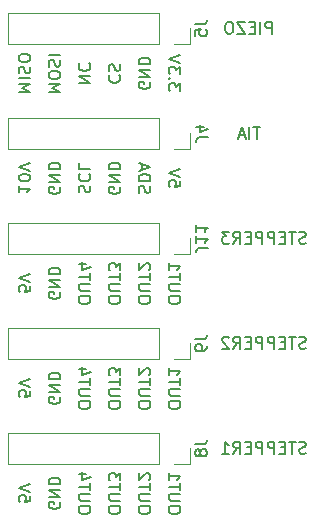
<source format=gbr>
%TF.GenerationSoftware,KiCad,Pcbnew,(5.1.6)-1*%
%TF.CreationDate,2020-11-12T15:31:55-08:00*%
%TF.ProjectId,userinterfacepcb,75736572-696e-4746-9572-666163657063,rev?*%
%TF.SameCoordinates,Original*%
%TF.FileFunction,Legend,Bot*%
%TF.FilePolarity,Positive*%
%FSLAX46Y46*%
G04 Gerber Fmt 4.6, Leading zero omitted, Abs format (unit mm)*
G04 Created by KiCad (PCBNEW (5.1.6)-1) date 2020-11-12 15:31:55*
%MOMM*%
%LPD*%
G01*
G04 APERTURE LIST*
%ADD10C,0.150000*%
%ADD11C,0.120000*%
G04 APERTURE END LIST*
D10*
X232957619Y-100536190D02*
X232957619Y-100345714D01*
X232910000Y-100250476D01*
X232814761Y-100155238D01*
X232624285Y-100107619D01*
X232290952Y-100107619D01*
X232100476Y-100155238D01*
X232005238Y-100250476D01*
X231957619Y-100345714D01*
X231957619Y-100536190D01*
X232005238Y-100631428D01*
X232100476Y-100726666D01*
X232290952Y-100774285D01*
X232624285Y-100774285D01*
X232814761Y-100726666D01*
X232910000Y-100631428D01*
X232957619Y-100536190D01*
X232957619Y-99679047D02*
X232148095Y-99679047D01*
X232052857Y-99631428D01*
X232005238Y-99583809D01*
X231957619Y-99488571D01*
X231957619Y-99298095D01*
X232005238Y-99202857D01*
X232052857Y-99155238D01*
X232148095Y-99107619D01*
X232957619Y-99107619D01*
X232957619Y-98774285D02*
X232957619Y-98202857D01*
X231957619Y-98488571D02*
X232957619Y-98488571D01*
X231957619Y-97345714D02*
X231957619Y-97917142D01*
X231957619Y-97631428D02*
X232957619Y-97631428D01*
X232814761Y-97726666D01*
X232719523Y-97821904D01*
X232671904Y-97917142D01*
X227877619Y-100536190D02*
X227877619Y-100345714D01*
X227830000Y-100250476D01*
X227734761Y-100155238D01*
X227544285Y-100107619D01*
X227210952Y-100107619D01*
X227020476Y-100155238D01*
X226925238Y-100250476D01*
X226877619Y-100345714D01*
X226877619Y-100536190D01*
X226925238Y-100631428D01*
X227020476Y-100726666D01*
X227210952Y-100774285D01*
X227544285Y-100774285D01*
X227734761Y-100726666D01*
X227830000Y-100631428D01*
X227877619Y-100536190D01*
X227877619Y-99679047D02*
X227068095Y-99679047D01*
X226972857Y-99631428D01*
X226925238Y-99583809D01*
X226877619Y-99488571D01*
X226877619Y-99298095D01*
X226925238Y-99202857D01*
X226972857Y-99155238D01*
X227068095Y-99107619D01*
X227877619Y-99107619D01*
X227877619Y-98774285D02*
X227877619Y-98202857D01*
X226877619Y-98488571D02*
X227877619Y-98488571D01*
X227877619Y-97964761D02*
X227877619Y-97345714D01*
X227496666Y-97679047D01*
X227496666Y-97536190D01*
X227449047Y-97440952D01*
X227401428Y-97393333D01*
X227306190Y-97345714D01*
X227068095Y-97345714D01*
X226972857Y-97393333D01*
X226925238Y-97440952D01*
X226877619Y-97536190D01*
X226877619Y-97821904D01*
X226925238Y-97917142D01*
X226972857Y-97964761D01*
X222750000Y-82041904D02*
X222797619Y-82137142D01*
X222797619Y-82280000D01*
X222750000Y-82422857D01*
X222654761Y-82518095D01*
X222559523Y-82565714D01*
X222369047Y-82613333D01*
X222226190Y-82613333D01*
X222035714Y-82565714D01*
X221940476Y-82518095D01*
X221845238Y-82422857D01*
X221797619Y-82280000D01*
X221797619Y-82184761D01*
X221845238Y-82041904D01*
X221892857Y-81994285D01*
X222226190Y-81994285D01*
X222226190Y-82184761D01*
X221797619Y-81565714D02*
X222797619Y-81565714D01*
X221797619Y-80994285D01*
X222797619Y-80994285D01*
X221797619Y-80518095D02*
X222797619Y-80518095D01*
X222797619Y-80280000D01*
X222750000Y-80137142D01*
X222654761Y-80041904D01*
X222559523Y-79994285D01*
X222369047Y-79946666D01*
X222226190Y-79946666D01*
X222035714Y-79994285D01*
X221940476Y-80041904D01*
X221845238Y-80137142D01*
X221797619Y-80280000D01*
X221797619Y-80518095D01*
X239712380Y-68032380D02*
X239140952Y-68032380D01*
X239426666Y-69032380D02*
X239426666Y-68032380D01*
X238807619Y-69032380D02*
X238807619Y-68032380D01*
X238379047Y-68746666D02*
X237902857Y-68746666D01*
X238474285Y-69032380D02*
X238140952Y-68032380D01*
X237807619Y-69032380D01*
X225337619Y-82756190D02*
X225337619Y-82565714D01*
X225290000Y-82470476D01*
X225194761Y-82375238D01*
X225004285Y-82327619D01*
X224670952Y-82327619D01*
X224480476Y-82375238D01*
X224385238Y-82470476D01*
X224337619Y-82565714D01*
X224337619Y-82756190D01*
X224385238Y-82851428D01*
X224480476Y-82946666D01*
X224670952Y-82994285D01*
X225004285Y-82994285D01*
X225194761Y-82946666D01*
X225290000Y-82851428D01*
X225337619Y-82756190D01*
X225337619Y-81899047D02*
X224528095Y-81899047D01*
X224432857Y-81851428D01*
X224385238Y-81803809D01*
X224337619Y-81708571D01*
X224337619Y-81518095D01*
X224385238Y-81422857D01*
X224432857Y-81375238D01*
X224528095Y-81327619D01*
X225337619Y-81327619D01*
X225337619Y-80994285D02*
X225337619Y-80422857D01*
X224337619Y-80708571D02*
X225337619Y-80708571D01*
X225004285Y-79660952D02*
X224337619Y-79660952D01*
X225385238Y-79899047D02*
X224670952Y-80137142D01*
X224670952Y-79518095D01*
X221797619Y-65071428D02*
X222797619Y-65071428D01*
X222083333Y-64738095D01*
X222797619Y-64404761D01*
X221797619Y-64404761D01*
X222797619Y-63738095D02*
X222797619Y-63547619D01*
X222750000Y-63452380D01*
X222654761Y-63357142D01*
X222464285Y-63309523D01*
X222130952Y-63309523D01*
X221940476Y-63357142D01*
X221845238Y-63452380D01*
X221797619Y-63547619D01*
X221797619Y-63738095D01*
X221845238Y-63833333D01*
X221940476Y-63928571D01*
X222130952Y-63976190D01*
X222464285Y-63976190D01*
X222654761Y-63928571D01*
X222750000Y-63833333D01*
X222797619Y-63738095D01*
X221845238Y-62928571D02*
X221797619Y-62785714D01*
X221797619Y-62547619D01*
X221845238Y-62452380D01*
X221892857Y-62404761D01*
X221988095Y-62357142D01*
X222083333Y-62357142D01*
X222178571Y-62404761D01*
X222226190Y-62452380D01*
X222273809Y-62547619D01*
X222321428Y-62738095D01*
X222369047Y-62833333D01*
X222416666Y-62880952D01*
X222511904Y-62928571D01*
X222607142Y-62928571D01*
X222702380Y-62880952D01*
X222750000Y-62833333D01*
X222797619Y-62738095D01*
X222797619Y-62500000D01*
X222750000Y-62357142D01*
X221797619Y-61928571D02*
X222797619Y-61928571D01*
X232957619Y-64976190D02*
X232957619Y-64357142D01*
X232576666Y-64690476D01*
X232576666Y-64547619D01*
X232529047Y-64452380D01*
X232481428Y-64404761D01*
X232386190Y-64357142D01*
X232148095Y-64357142D01*
X232052857Y-64404761D01*
X232005238Y-64452380D01*
X231957619Y-64547619D01*
X231957619Y-64833333D01*
X232005238Y-64928571D01*
X232052857Y-64976190D01*
X232052857Y-63928571D02*
X232005238Y-63880952D01*
X231957619Y-63928571D01*
X232005238Y-63976190D01*
X232052857Y-63928571D01*
X231957619Y-63928571D01*
X232957619Y-63547619D02*
X232957619Y-62928571D01*
X232576666Y-63261904D01*
X232576666Y-63119047D01*
X232529047Y-63023809D01*
X232481428Y-62976190D01*
X232386190Y-62928571D01*
X232148095Y-62928571D01*
X232052857Y-62976190D01*
X232005238Y-63023809D01*
X231957619Y-63119047D01*
X231957619Y-63404761D01*
X232005238Y-63500000D01*
X232052857Y-63547619D01*
X232957619Y-62642857D02*
X231957619Y-62309523D01*
X232957619Y-61976190D01*
X224337619Y-64285714D02*
X225337619Y-64285714D01*
X224337619Y-63714285D01*
X225337619Y-63714285D01*
X224432857Y-62666666D02*
X224385238Y-62714285D01*
X224337619Y-62857142D01*
X224337619Y-62952380D01*
X224385238Y-63095238D01*
X224480476Y-63190476D01*
X224575714Y-63238095D01*
X224766190Y-63285714D01*
X224909047Y-63285714D01*
X225099523Y-63238095D01*
X225194761Y-63190476D01*
X225290000Y-63095238D01*
X225337619Y-62952380D01*
X225337619Y-62857142D01*
X225290000Y-62714285D01*
X225242380Y-62666666D01*
X227877619Y-91646190D02*
X227877619Y-91455714D01*
X227830000Y-91360476D01*
X227734761Y-91265238D01*
X227544285Y-91217619D01*
X227210952Y-91217619D01*
X227020476Y-91265238D01*
X226925238Y-91360476D01*
X226877619Y-91455714D01*
X226877619Y-91646190D01*
X226925238Y-91741428D01*
X227020476Y-91836666D01*
X227210952Y-91884285D01*
X227544285Y-91884285D01*
X227734761Y-91836666D01*
X227830000Y-91741428D01*
X227877619Y-91646190D01*
X227877619Y-90789047D02*
X227068095Y-90789047D01*
X226972857Y-90741428D01*
X226925238Y-90693809D01*
X226877619Y-90598571D01*
X226877619Y-90408095D01*
X226925238Y-90312857D01*
X226972857Y-90265238D01*
X227068095Y-90217619D01*
X227877619Y-90217619D01*
X227877619Y-89884285D02*
X227877619Y-89312857D01*
X226877619Y-89598571D02*
X227877619Y-89598571D01*
X227877619Y-89074761D02*
X227877619Y-88455714D01*
X227496666Y-88789047D01*
X227496666Y-88646190D01*
X227449047Y-88550952D01*
X227401428Y-88503333D01*
X227306190Y-88455714D01*
X227068095Y-88455714D01*
X226972857Y-88503333D01*
X226925238Y-88550952D01*
X226877619Y-88646190D01*
X226877619Y-88931904D01*
X226925238Y-89027142D01*
X226972857Y-89074761D01*
X230417619Y-91646190D02*
X230417619Y-91455714D01*
X230370000Y-91360476D01*
X230274761Y-91265238D01*
X230084285Y-91217619D01*
X229750952Y-91217619D01*
X229560476Y-91265238D01*
X229465238Y-91360476D01*
X229417619Y-91455714D01*
X229417619Y-91646190D01*
X229465238Y-91741428D01*
X229560476Y-91836666D01*
X229750952Y-91884285D01*
X230084285Y-91884285D01*
X230274761Y-91836666D01*
X230370000Y-91741428D01*
X230417619Y-91646190D01*
X230417619Y-90789047D02*
X229608095Y-90789047D01*
X229512857Y-90741428D01*
X229465238Y-90693809D01*
X229417619Y-90598571D01*
X229417619Y-90408095D01*
X229465238Y-90312857D01*
X229512857Y-90265238D01*
X229608095Y-90217619D01*
X230417619Y-90217619D01*
X230417619Y-89884285D02*
X230417619Y-89312857D01*
X229417619Y-89598571D02*
X230417619Y-89598571D01*
X230322380Y-89027142D02*
X230370000Y-88979523D01*
X230417619Y-88884285D01*
X230417619Y-88646190D01*
X230370000Y-88550952D01*
X230322380Y-88503333D01*
X230227142Y-88455714D01*
X230131904Y-88455714D01*
X229989047Y-88503333D01*
X229417619Y-89074761D01*
X229417619Y-88455714D01*
X222750000Y-73151904D02*
X222797619Y-73247142D01*
X222797619Y-73390000D01*
X222750000Y-73532857D01*
X222654761Y-73628095D01*
X222559523Y-73675714D01*
X222369047Y-73723333D01*
X222226190Y-73723333D01*
X222035714Y-73675714D01*
X221940476Y-73628095D01*
X221845238Y-73532857D01*
X221797619Y-73390000D01*
X221797619Y-73294761D01*
X221845238Y-73151904D01*
X221892857Y-73104285D01*
X222226190Y-73104285D01*
X222226190Y-73294761D01*
X221797619Y-72675714D02*
X222797619Y-72675714D01*
X221797619Y-72104285D01*
X222797619Y-72104285D01*
X221797619Y-71628095D02*
X222797619Y-71628095D01*
X222797619Y-71390000D01*
X222750000Y-71247142D01*
X222654761Y-71151904D01*
X222559523Y-71104285D01*
X222369047Y-71056666D01*
X222226190Y-71056666D01*
X222035714Y-71104285D01*
X221940476Y-71151904D01*
X221845238Y-71247142D01*
X221797619Y-71390000D01*
X221797619Y-71628095D01*
X243577619Y-86764761D02*
X243434761Y-86812380D01*
X243196666Y-86812380D01*
X243101428Y-86764761D01*
X243053809Y-86717142D01*
X243006190Y-86621904D01*
X243006190Y-86526666D01*
X243053809Y-86431428D01*
X243101428Y-86383809D01*
X243196666Y-86336190D01*
X243387142Y-86288571D01*
X243482380Y-86240952D01*
X243530000Y-86193333D01*
X243577619Y-86098095D01*
X243577619Y-86002857D01*
X243530000Y-85907619D01*
X243482380Y-85860000D01*
X243387142Y-85812380D01*
X243149047Y-85812380D01*
X243006190Y-85860000D01*
X242720476Y-85812380D02*
X242149047Y-85812380D01*
X242434761Y-86812380D02*
X242434761Y-85812380D01*
X241815714Y-86288571D02*
X241482380Y-86288571D01*
X241339523Y-86812380D02*
X241815714Y-86812380D01*
X241815714Y-85812380D01*
X241339523Y-85812380D01*
X240910952Y-86812380D02*
X240910952Y-85812380D01*
X240530000Y-85812380D01*
X240434761Y-85860000D01*
X240387142Y-85907619D01*
X240339523Y-86002857D01*
X240339523Y-86145714D01*
X240387142Y-86240952D01*
X240434761Y-86288571D01*
X240530000Y-86336190D01*
X240910952Y-86336190D01*
X239910952Y-86812380D02*
X239910952Y-85812380D01*
X239530000Y-85812380D01*
X239434761Y-85860000D01*
X239387142Y-85907619D01*
X239339523Y-86002857D01*
X239339523Y-86145714D01*
X239387142Y-86240952D01*
X239434761Y-86288571D01*
X239530000Y-86336190D01*
X239910952Y-86336190D01*
X238910952Y-86288571D02*
X238577619Y-86288571D01*
X238434761Y-86812380D02*
X238910952Y-86812380D01*
X238910952Y-85812380D01*
X238434761Y-85812380D01*
X237434761Y-86812380D02*
X237768095Y-86336190D01*
X238006190Y-86812380D02*
X238006190Y-85812380D01*
X237625238Y-85812380D01*
X237530000Y-85860000D01*
X237482380Y-85907619D01*
X237434761Y-86002857D01*
X237434761Y-86145714D01*
X237482380Y-86240952D01*
X237530000Y-86288571D01*
X237625238Y-86336190D01*
X238006190Y-86336190D01*
X237053809Y-85907619D02*
X237006190Y-85860000D01*
X236910952Y-85812380D01*
X236672857Y-85812380D01*
X236577619Y-85860000D01*
X236530000Y-85907619D01*
X236482380Y-86002857D01*
X236482380Y-86098095D01*
X236530000Y-86240952D01*
X237101428Y-86812380D01*
X236482380Y-86812380D01*
X230417619Y-100536190D02*
X230417619Y-100345714D01*
X230370000Y-100250476D01*
X230274761Y-100155238D01*
X230084285Y-100107619D01*
X229750952Y-100107619D01*
X229560476Y-100155238D01*
X229465238Y-100250476D01*
X229417619Y-100345714D01*
X229417619Y-100536190D01*
X229465238Y-100631428D01*
X229560476Y-100726666D01*
X229750952Y-100774285D01*
X230084285Y-100774285D01*
X230274761Y-100726666D01*
X230370000Y-100631428D01*
X230417619Y-100536190D01*
X230417619Y-99679047D02*
X229608095Y-99679047D01*
X229512857Y-99631428D01*
X229465238Y-99583809D01*
X229417619Y-99488571D01*
X229417619Y-99298095D01*
X229465238Y-99202857D01*
X229512857Y-99155238D01*
X229608095Y-99107619D01*
X230417619Y-99107619D01*
X230417619Y-98774285D02*
X230417619Y-98202857D01*
X229417619Y-98488571D02*
X230417619Y-98488571D01*
X230322380Y-97917142D02*
X230370000Y-97869523D01*
X230417619Y-97774285D01*
X230417619Y-97536190D01*
X230370000Y-97440952D01*
X230322380Y-97393333D01*
X230227142Y-97345714D01*
X230131904Y-97345714D01*
X229989047Y-97393333D01*
X229417619Y-97964761D01*
X229417619Y-97345714D01*
X232957619Y-72580476D02*
X232957619Y-73056666D01*
X232481428Y-73104285D01*
X232529047Y-73056666D01*
X232576666Y-72961428D01*
X232576666Y-72723333D01*
X232529047Y-72628095D01*
X232481428Y-72580476D01*
X232386190Y-72532857D01*
X232148095Y-72532857D01*
X232052857Y-72580476D01*
X232005238Y-72628095D01*
X231957619Y-72723333D01*
X231957619Y-72961428D01*
X232005238Y-73056666D01*
X232052857Y-73104285D01*
X232957619Y-72247142D02*
X231957619Y-71913809D01*
X232957619Y-71580476D01*
X226972857Y-63666666D02*
X226925238Y-63714285D01*
X226877619Y-63857142D01*
X226877619Y-63952380D01*
X226925238Y-64095238D01*
X227020476Y-64190476D01*
X227115714Y-64238095D01*
X227306190Y-64285714D01*
X227449047Y-64285714D01*
X227639523Y-64238095D01*
X227734761Y-64190476D01*
X227830000Y-64095238D01*
X227877619Y-63952380D01*
X227877619Y-63857142D01*
X227830000Y-63714285D01*
X227782380Y-63666666D01*
X226925238Y-63285714D02*
X226877619Y-63142857D01*
X226877619Y-62904761D01*
X226925238Y-62809523D01*
X226972857Y-62761904D01*
X227068095Y-62714285D01*
X227163333Y-62714285D01*
X227258571Y-62761904D01*
X227306190Y-62809523D01*
X227353809Y-62904761D01*
X227401428Y-63095238D01*
X227449047Y-63190476D01*
X227496666Y-63238095D01*
X227591904Y-63285714D01*
X227687142Y-63285714D01*
X227782380Y-63238095D01*
X227830000Y-63190476D01*
X227877619Y-63095238D01*
X227877619Y-62857142D01*
X227830000Y-62714285D01*
X227877619Y-82756190D02*
X227877619Y-82565714D01*
X227830000Y-82470476D01*
X227734761Y-82375238D01*
X227544285Y-82327619D01*
X227210952Y-82327619D01*
X227020476Y-82375238D01*
X226925238Y-82470476D01*
X226877619Y-82565714D01*
X226877619Y-82756190D01*
X226925238Y-82851428D01*
X227020476Y-82946666D01*
X227210952Y-82994285D01*
X227544285Y-82994285D01*
X227734761Y-82946666D01*
X227830000Y-82851428D01*
X227877619Y-82756190D01*
X227877619Y-81899047D02*
X227068095Y-81899047D01*
X226972857Y-81851428D01*
X226925238Y-81803809D01*
X226877619Y-81708571D01*
X226877619Y-81518095D01*
X226925238Y-81422857D01*
X226972857Y-81375238D01*
X227068095Y-81327619D01*
X227877619Y-81327619D01*
X227877619Y-80994285D02*
X227877619Y-80422857D01*
X226877619Y-80708571D02*
X227877619Y-80708571D01*
X227877619Y-80184761D02*
X227877619Y-79565714D01*
X227496666Y-79899047D01*
X227496666Y-79756190D01*
X227449047Y-79660952D01*
X227401428Y-79613333D01*
X227306190Y-79565714D01*
X227068095Y-79565714D01*
X226972857Y-79613333D01*
X226925238Y-79660952D01*
X226877619Y-79756190D01*
X226877619Y-80041904D01*
X226925238Y-80137142D01*
X226972857Y-80184761D01*
X222750000Y-99821904D02*
X222797619Y-99917142D01*
X222797619Y-100060000D01*
X222750000Y-100202857D01*
X222654761Y-100298095D01*
X222559523Y-100345714D01*
X222369047Y-100393333D01*
X222226190Y-100393333D01*
X222035714Y-100345714D01*
X221940476Y-100298095D01*
X221845238Y-100202857D01*
X221797619Y-100060000D01*
X221797619Y-99964761D01*
X221845238Y-99821904D01*
X221892857Y-99774285D01*
X222226190Y-99774285D01*
X222226190Y-99964761D01*
X221797619Y-99345714D02*
X222797619Y-99345714D01*
X221797619Y-98774285D01*
X222797619Y-98774285D01*
X221797619Y-98298095D02*
X222797619Y-98298095D01*
X222797619Y-98060000D01*
X222750000Y-97917142D01*
X222654761Y-97821904D01*
X222559523Y-97774285D01*
X222369047Y-97726666D01*
X222226190Y-97726666D01*
X222035714Y-97774285D01*
X221940476Y-97821904D01*
X221845238Y-97917142D01*
X221797619Y-98060000D01*
X221797619Y-98298095D01*
X224385238Y-73580476D02*
X224337619Y-73437619D01*
X224337619Y-73199523D01*
X224385238Y-73104285D01*
X224432857Y-73056666D01*
X224528095Y-73009047D01*
X224623333Y-73009047D01*
X224718571Y-73056666D01*
X224766190Y-73104285D01*
X224813809Y-73199523D01*
X224861428Y-73390000D01*
X224909047Y-73485238D01*
X224956666Y-73532857D01*
X225051904Y-73580476D01*
X225147142Y-73580476D01*
X225242380Y-73532857D01*
X225290000Y-73485238D01*
X225337619Y-73390000D01*
X225337619Y-73151904D01*
X225290000Y-73009047D01*
X224432857Y-72009047D02*
X224385238Y-72056666D01*
X224337619Y-72199523D01*
X224337619Y-72294761D01*
X224385238Y-72437619D01*
X224480476Y-72532857D01*
X224575714Y-72580476D01*
X224766190Y-72628095D01*
X224909047Y-72628095D01*
X225099523Y-72580476D01*
X225194761Y-72532857D01*
X225290000Y-72437619D01*
X225337619Y-72294761D01*
X225337619Y-72199523D01*
X225290000Y-72056666D01*
X225242380Y-72009047D01*
X224337619Y-71104285D02*
X224337619Y-71580476D01*
X225337619Y-71580476D01*
X219257619Y-65071428D02*
X220257619Y-65071428D01*
X219543333Y-64738095D01*
X220257619Y-64404761D01*
X219257619Y-64404761D01*
X219257619Y-63928571D02*
X220257619Y-63928571D01*
X219305238Y-63500000D02*
X219257619Y-63357142D01*
X219257619Y-63119047D01*
X219305238Y-63023809D01*
X219352857Y-62976190D01*
X219448095Y-62928571D01*
X219543333Y-62928571D01*
X219638571Y-62976190D01*
X219686190Y-63023809D01*
X219733809Y-63119047D01*
X219781428Y-63309523D01*
X219829047Y-63404761D01*
X219876666Y-63452380D01*
X219971904Y-63500000D01*
X220067142Y-63500000D01*
X220162380Y-63452380D01*
X220210000Y-63404761D01*
X220257619Y-63309523D01*
X220257619Y-63071428D01*
X220210000Y-62928571D01*
X220257619Y-62309523D02*
X220257619Y-62119047D01*
X220210000Y-62023809D01*
X220114761Y-61928571D01*
X219924285Y-61880952D01*
X219590952Y-61880952D01*
X219400476Y-61928571D01*
X219305238Y-62023809D01*
X219257619Y-62119047D01*
X219257619Y-62309523D01*
X219305238Y-62404761D01*
X219400476Y-62500000D01*
X219590952Y-62547619D01*
X219924285Y-62547619D01*
X220114761Y-62500000D01*
X220210000Y-62404761D01*
X220257619Y-62309523D01*
X240712380Y-60142380D02*
X240712380Y-59142380D01*
X240331428Y-59142380D01*
X240236190Y-59190000D01*
X240188571Y-59237619D01*
X240140952Y-59332857D01*
X240140952Y-59475714D01*
X240188571Y-59570952D01*
X240236190Y-59618571D01*
X240331428Y-59666190D01*
X240712380Y-59666190D01*
X239712380Y-60142380D02*
X239712380Y-59142380D01*
X239236190Y-59618571D02*
X238902857Y-59618571D01*
X238760000Y-60142380D02*
X239236190Y-60142380D01*
X239236190Y-59142380D01*
X238760000Y-59142380D01*
X238426666Y-59142380D02*
X237760000Y-59142380D01*
X238426666Y-60142380D01*
X237760000Y-60142380D01*
X237188571Y-59142380D02*
X236998095Y-59142380D01*
X236902857Y-59190000D01*
X236807619Y-59285238D01*
X236760000Y-59475714D01*
X236760000Y-59809047D01*
X236807619Y-59999523D01*
X236902857Y-60094761D01*
X236998095Y-60142380D01*
X237188571Y-60142380D01*
X237283809Y-60094761D01*
X237379047Y-59999523D01*
X237426666Y-59809047D01*
X237426666Y-59475714D01*
X237379047Y-59285238D01*
X237283809Y-59190000D01*
X237188571Y-59142380D01*
X229465238Y-73604285D02*
X229417619Y-73461428D01*
X229417619Y-73223333D01*
X229465238Y-73128095D01*
X229512857Y-73080476D01*
X229608095Y-73032857D01*
X229703333Y-73032857D01*
X229798571Y-73080476D01*
X229846190Y-73128095D01*
X229893809Y-73223333D01*
X229941428Y-73413809D01*
X229989047Y-73509047D01*
X230036666Y-73556666D01*
X230131904Y-73604285D01*
X230227142Y-73604285D01*
X230322380Y-73556666D01*
X230370000Y-73509047D01*
X230417619Y-73413809D01*
X230417619Y-73175714D01*
X230370000Y-73032857D01*
X229417619Y-72604285D02*
X230417619Y-72604285D01*
X230417619Y-72366190D01*
X230370000Y-72223333D01*
X230274761Y-72128095D01*
X230179523Y-72080476D01*
X229989047Y-72032857D01*
X229846190Y-72032857D01*
X229655714Y-72080476D01*
X229560476Y-72128095D01*
X229465238Y-72223333D01*
X229417619Y-72366190D01*
X229417619Y-72604285D01*
X229703333Y-71651904D02*
X229703333Y-71175714D01*
X229417619Y-71747142D02*
X230417619Y-71413809D01*
X229417619Y-71080476D01*
X243577619Y-95654761D02*
X243434761Y-95702380D01*
X243196666Y-95702380D01*
X243101428Y-95654761D01*
X243053809Y-95607142D01*
X243006190Y-95511904D01*
X243006190Y-95416666D01*
X243053809Y-95321428D01*
X243101428Y-95273809D01*
X243196666Y-95226190D01*
X243387142Y-95178571D01*
X243482380Y-95130952D01*
X243530000Y-95083333D01*
X243577619Y-94988095D01*
X243577619Y-94892857D01*
X243530000Y-94797619D01*
X243482380Y-94750000D01*
X243387142Y-94702380D01*
X243149047Y-94702380D01*
X243006190Y-94750000D01*
X242720476Y-94702380D02*
X242149047Y-94702380D01*
X242434761Y-95702380D02*
X242434761Y-94702380D01*
X241815714Y-95178571D02*
X241482380Y-95178571D01*
X241339523Y-95702380D02*
X241815714Y-95702380D01*
X241815714Y-94702380D01*
X241339523Y-94702380D01*
X240910952Y-95702380D02*
X240910952Y-94702380D01*
X240530000Y-94702380D01*
X240434761Y-94750000D01*
X240387142Y-94797619D01*
X240339523Y-94892857D01*
X240339523Y-95035714D01*
X240387142Y-95130952D01*
X240434761Y-95178571D01*
X240530000Y-95226190D01*
X240910952Y-95226190D01*
X239910952Y-95702380D02*
X239910952Y-94702380D01*
X239530000Y-94702380D01*
X239434761Y-94750000D01*
X239387142Y-94797619D01*
X239339523Y-94892857D01*
X239339523Y-95035714D01*
X239387142Y-95130952D01*
X239434761Y-95178571D01*
X239530000Y-95226190D01*
X239910952Y-95226190D01*
X238910952Y-95178571D02*
X238577619Y-95178571D01*
X238434761Y-95702380D02*
X238910952Y-95702380D01*
X238910952Y-94702380D01*
X238434761Y-94702380D01*
X237434761Y-95702380D02*
X237768095Y-95226190D01*
X238006190Y-95702380D02*
X238006190Y-94702380D01*
X237625238Y-94702380D01*
X237530000Y-94750000D01*
X237482380Y-94797619D01*
X237434761Y-94892857D01*
X237434761Y-95035714D01*
X237482380Y-95130952D01*
X237530000Y-95178571D01*
X237625238Y-95226190D01*
X238006190Y-95226190D01*
X236482380Y-95702380D02*
X237053809Y-95702380D01*
X236768095Y-95702380D02*
X236768095Y-94702380D01*
X236863333Y-94845238D01*
X236958571Y-94940476D01*
X237053809Y-94988095D01*
X225337619Y-91646190D02*
X225337619Y-91455714D01*
X225290000Y-91360476D01*
X225194761Y-91265238D01*
X225004285Y-91217619D01*
X224670952Y-91217619D01*
X224480476Y-91265238D01*
X224385238Y-91360476D01*
X224337619Y-91455714D01*
X224337619Y-91646190D01*
X224385238Y-91741428D01*
X224480476Y-91836666D01*
X224670952Y-91884285D01*
X225004285Y-91884285D01*
X225194761Y-91836666D01*
X225290000Y-91741428D01*
X225337619Y-91646190D01*
X225337619Y-90789047D02*
X224528095Y-90789047D01*
X224432857Y-90741428D01*
X224385238Y-90693809D01*
X224337619Y-90598571D01*
X224337619Y-90408095D01*
X224385238Y-90312857D01*
X224432857Y-90265238D01*
X224528095Y-90217619D01*
X225337619Y-90217619D01*
X225337619Y-89884285D02*
X225337619Y-89312857D01*
X224337619Y-89598571D02*
X225337619Y-89598571D01*
X225004285Y-88550952D02*
X224337619Y-88550952D01*
X225385238Y-88789047D02*
X224670952Y-89027142D01*
X224670952Y-88408095D01*
X222750000Y-90931904D02*
X222797619Y-91027142D01*
X222797619Y-91170000D01*
X222750000Y-91312857D01*
X222654761Y-91408095D01*
X222559523Y-91455714D01*
X222369047Y-91503333D01*
X222226190Y-91503333D01*
X222035714Y-91455714D01*
X221940476Y-91408095D01*
X221845238Y-91312857D01*
X221797619Y-91170000D01*
X221797619Y-91074761D01*
X221845238Y-90931904D01*
X221892857Y-90884285D01*
X222226190Y-90884285D01*
X222226190Y-91074761D01*
X221797619Y-90455714D02*
X222797619Y-90455714D01*
X221797619Y-89884285D01*
X222797619Y-89884285D01*
X221797619Y-89408095D02*
X222797619Y-89408095D01*
X222797619Y-89170000D01*
X222750000Y-89027142D01*
X222654761Y-88931904D01*
X222559523Y-88884285D01*
X222369047Y-88836666D01*
X222226190Y-88836666D01*
X222035714Y-88884285D01*
X221940476Y-88931904D01*
X221845238Y-89027142D01*
X221797619Y-89170000D01*
X221797619Y-89408095D01*
X227830000Y-73151904D02*
X227877619Y-73247142D01*
X227877619Y-73390000D01*
X227830000Y-73532857D01*
X227734761Y-73628095D01*
X227639523Y-73675714D01*
X227449047Y-73723333D01*
X227306190Y-73723333D01*
X227115714Y-73675714D01*
X227020476Y-73628095D01*
X226925238Y-73532857D01*
X226877619Y-73390000D01*
X226877619Y-73294761D01*
X226925238Y-73151904D01*
X226972857Y-73104285D01*
X227306190Y-73104285D01*
X227306190Y-73294761D01*
X226877619Y-72675714D02*
X227877619Y-72675714D01*
X226877619Y-72104285D01*
X227877619Y-72104285D01*
X226877619Y-71628095D02*
X227877619Y-71628095D01*
X227877619Y-71390000D01*
X227830000Y-71247142D01*
X227734761Y-71151904D01*
X227639523Y-71104285D01*
X227449047Y-71056666D01*
X227306190Y-71056666D01*
X227115714Y-71104285D01*
X227020476Y-71151904D01*
X226925238Y-71247142D01*
X226877619Y-71390000D01*
X226877619Y-71628095D01*
X230417619Y-82756190D02*
X230417619Y-82565714D01*
X230370000Y-82470476D01*
X230274761Y-82375238D01*
X230084285Y-82327619D01*
X229750952Y-82327619D01*
X229560476Y-82375238D01*
X229465238Y-82470476D01*
X229417619Y-82565714D01*
X229417619Y-82756190D01*
X229465238Y-82851428D01*
X229560476Y-82946666D01*
X229750952Y-82994285D01*
X230084285Y-82994285D01*
X230274761Y-82946666D01*
X230370000Y-82851428D01*
X230417619Y-82756190D01*
X230417619Y-81899047D02*
X229608095Y-81899047D01*
X229512857Y-81851428D01*
X229465238Y-81803809D01*
X229417619Y-81708571D01*
X229417619Y-81518095D01*
X229465238Y-81422857D01*
X229512857Y-81375238D01*
X229608095Y-81327619D01*
X230417619Y-81327619D01*
X230417619Y-80994285D02*
X230417619Y-80422857D01*
X229417619Y-80708571D02*
X230417619Y-80708571D01*
X230322380Y-80137142D02*
X230370000Y-80089523D01*
X230417619Y-79994285D01*
X230417619Y-79756190D01*
X230370000Y-79660952D01*
X230322380Y-79613333D01*
X230227142Y-79565714D01*
X230131904Y-79565714D01*
X229989047Y-79613333D01*
X229417619Y-80184761D01*
X229417619Y-79565714D01*
X230370000Y-64261904D02*
X230417619Y-64357142D01*
X230417619Y-64500000D01*
X230370000Y-64642857D01*
X230274761Y-64738095D01*
X230179523Y-64785714D01*
X229989047Y-64833333D01*
X229846190Y-64833333D01*
X229655714Y-64785714D01*
X229560476Y-64738095D01*
X229465238Y-64642857D01*
X229417619Y-64500000D01*
X229417619Y-64404761D01*
X229465238Y-64261904D01*
X229512857Y-64214285D01*
X229846190Y-64214285D01*
X229846190Y-64404761D01*
X229417619Y-63785714D02*
X230417619Y-63785714D01*
X229417619Y-63214285D01*
X230417619Y-63214285D01*
X229417619Y-62738095D02*
X230417619Y-62738095D01*
X230417619Y-62500000D01*
X230370000Y-62357142D01*
X230274761Y-62261904D01*
X230179523Y-62214285D01*
X229989047Y-62166666D01*
X229846190Y-62166666D01*
X229655714Y-62214285D01*
X229560476Y-62261904D01*
X229465238Y-62357142D01*
X229417619Y-62500000D01*
X229417619Y-62738095D01*
X219257619Y-73009047D02*
X219257619Y-73580476D01*
X219257619Y-73294761D02*
X220257619Y-73294761D01*
X220114761Y-73390000D01*
X220019523Y-73485238D01*
X219971904Y-73580476D01*
X220257619Y-72390000D02*
X220257619Y-72294761D01*
X220210000Y-72199523D01*
X220162380Y-72151904D01*
X220067142Y-72104285D01*
X219876666Y-72056666D01*
X219638571Y-72056666D01*
X219448095Y-72104285D01*
X219352857Y-72151904D01*
X219305238Y-72199523D01*
X219257619Y-72294761D01*
X219257619Y-72390000D01*
X219305238Y-72485238D01*
X219352857Y-72532857D01*
X219448095Y-72580476D01*
X219638571Y-72628095D01*
X219876666Y-72628095D01*
X220067142Y-72580476D01*
X220162380Y-72532857D01*
X220210000Y-72485238D01*
X220257619Y-72390000D01*
X220257619Y-71770952D02*
X219257619Y-71437619D01*
X220257619Y-71104285D01*
X220257619Y-81470476D02*
X220257619Y-81946666D01*
X219781428Y-81994285D01*
X219829047Y-81946666D01*
X219876666Y-81851428D01*
X219876666Y-81613333D01*
X219829047Y-81518095D01*
X219781428Y-81470476D01*
X219686190Y-81422857D01*
X219448095Y-81422857D01*
X219352857Y-81470476D01*
X219305238Y-81518095D01*
X219257619Y-81613333D01*
X219257619Y-81851428D01*
X219305238Y-81946666D01*
X219352857Y-81994285D01*
X220257619Y-81137142D02*
X219257619Y-80803809D01*
X220257619Y-80470476D01*
X225337619Y-100536190D02*
X225337619Y-100345714D01*
X225290000Y-100250476D01*
X225194761Y-100155238D01*
X225004285Y-100107619D01*
X224670952Y-100107619D01*
X224480476Y-100155238D01*
X224385238Y-100250476D01*
X224337619Y-100345714D01*
X224337619Y-100536190D01*
X224385238Y-100631428D01*
X224480476Y-100726666D01*
X224670952Y-100774285D01*
X225004285Y-100774285D01*
X225194761Y-100726666D01*
X225290000Y-100631428D01*
X225337619Y-100536190D01*
X225337619Y-99679047D02*
X224528095Y-99679047D01*
X224432857Y-99631428D01*
X224385238Y-99583809D01*
X224337619Y-99488571D01*
X224337619Y-99298095D01*
X224385238Y-99202857D01*
X224432857Y-99155238D01*
X224528095Y-99107619D01*
X225337619Y-99107619D01*
X225337619Y-98774285D02*
X225337619Y-98202857D01*
X224337619Y-98488571D02*
X225337619Y-98488571D01*
X225004285Y-97440952D02*
X224337619Y-97440952D01*
X225385238Y-97679047D02*
X224670952Y-97917142D01*
X224670952Y-97298095D01*
X220257619Y-90360476D02*
X220257619Y-90836666D01*
X219781428Y-90884285D01*
X219829047Y-90836666D01*
X219876666Y-90741428D01*
X219876666Y-90503333D01*
X219829047Y-90408095D01*
X219781428Y-90360476D01*
X219686190Y-90312857D01*
X219448095Y-90312857D01*
X219352857Y-90360476D01*
X219305238Y-90408095D01*
X219257619Y-90503333D01*
X219257619Y-90741428D01*
X219305238Y-90836666D01*
X219352857Y-90884285D01*
X220257619Y-90027142D02*
X219257619Y-89693809D01*
X220257619Y-89360476D01*
X232957619Y-82756190D02*
X232957619Y-82565714D01*
X232910000Y-82470476D01*
X232814761Y-82375238D01*
X232624285Y-82327619D01*
X232290952Y-82327619D01*
X232100476Y-82375238D01*
X232005238Y-82470476D01*
X231957619Y-82565714D01*
X231957619Y-82756190D01*
X232005238Y-82851428D01*
X232100476Y-82946666D01*
X232290952Y-82994285D01*
X232624285Y-82994285D01*
X232814761Y-82946666D01*
X232910000Y-82851428D01*
X232957619Y-82756190D01*
X232957619Y-81899047D02*
X232148095Y-81899047D01*
X232052857Y-81851428D01*
X232005238Y-81803809D01*
X231957619Y-81708571D01*
X231957619Y-81518095D01*
X232005238Y-81422857D01*
X232052857Y-81375238D01*
X232148095Y-81327619D01*
X232957619Y-81327619D01*
X232957619Y-80994285D02*
X232957619Y-80422857D01*
X231957619Y-80708571D02*
X232957619Y-80708571D01*
X231957619Y-79565714D02*
X231957619Y-80137142D01*
X231957619Y-79851428D02*
X232957619Y-79851428D01*
X232814761Y-79946666D01*
X232719523Y-80041904D01*
X232671904Y-80137142D01*
X232957619Y-91646190D02*
X232957619Y-91455714D01*
X232910000Y-91360476D01*
X232814761Y-91265238D01*
X232624285Y-91217619D01*
X232290952Y-91217619D01*
X232100476Y-91265238D01*
X232005238Y-91360476D01*
X231957619Y-91455714D01*
X231957619Y-91646190D01*
X232005238Y-91741428D01*
X232100476Y-91836666D01*
X232290952Y-91884285D01*
X232624285Y-91884285D01*
X232814761Y-91836666D01*
X232910000Y-91741428D01*
X232957619Y-91646190D01*
X232957619Y-90789047D02*
X232148095Y-90789047D01*
X232052857Y-90741428D01*
X232005238Y-90693809D01*
X231957619Y-90598571D01*
X231957619Y-90408095D01*
X232005238Y-90312857D01*
X232052857Y-90265238D01*
X232148095Y-90217619D01*
X232957619Y-90217619D01*
X232957619Y-89884285D02*
X232957619Y-89312857D01*
X231957619Y-89598571D02*
X232957619Y-89598571D01*
X231957619Y-88455714D02*
X231957619Y-89027142D01*
X231957619Y-88741428D02*
X232957619Y-88741428D01*
X232814761Y-88836666D01*
X232719523Y-88931904D01*
X232671904Y-89027142D01*
X220257619Y-99250476D02*
X220257619Y-99726666D01*
X219781428Y-99774285D01*
X219829047Y-99726666D01*
X219876666Y-99631428D01*
X219876666Y-99393333D01*
X219829047Y-99298095D01*
X219781428Y-99250476D01*
X219686190Y-99202857D01*
X219448095Y-99202857D01*
X219352857Y-99250476D01*
X219305238Y-99298095D01*
X219257619Y-99393333D01*
X219257619Y-99631428D01*
X219305238Y-99726666D01*
X219352857Y-99774285D01*
X220257619Y-98917142D02*
X219257619Y-98583809D01*
X220257619Y-98250476D01*
X243577619Y-77874761D02*
X243434761Y-77922380D01*
X243196666Y-77922380D01*
X243101428Y-77874761D01*
X243053809Y-77827142D01*
X243006190Y-77731904D01*
X243006190Y-77636666D01*
X243053809Y-77541428D01*
X243101428Y-77493809D01*
X243196666Y-77446190D01*
X243387142Y-77398571D01*
X243482380Y-77350952D01*
X243530000Y-77303333D01*
X243577619Y-77208095D01*
X243577619Y-77112857D01*
X243530000Y-77017619D01*
X243482380Y-76970000D01*
X243387142Y-76922380D01*
X243149047Y-76922380D01*
X243006190Y-76970000D01*
X242720476Y-76922380D02*
X242149047Y-76922380D01*
X242434761Y-77922380D02*
X242434761Y-76922380D01*
X241815714Y-77398571D02*
X241482380Y-77398571D01*
X241339523Y-77922380D02*
X241815714Y-77922380D01*
X241815714Y-76922380D01*
X241339523Y-76922380D01*
X240910952Y-77922380D02*
X240910952Y-76922380D01*
X240530000Y-76922380D01*
X240434761Y-76970000D01*
X240387142Y-77017619D01*
X240339523Y-77112857D01*
X240339523Y-77255714D01*
X240387142Y-77350952D01*
X240434761Y-77398571D01*
X240530000Y-77446190D01*
X240910952Y-77446190D01*
X239910952Y-77922380D02*
X239910952Y-76922380D01*
X239530000Y-76922380D01*
X239434761Y-76970000D01*
X239387142Y-77017619D01*
X239339523Y-77112857D01*
X239339523Y-77255714D01*
X239387142Y-77350952D01*
X239434761Y-77398571D01*
X239530000Y-77446190D01*
X239910952Y-77446190D01*
X238910952Y-77398571D02*
X238577619Y-77398571D01*
X238434761Y-77922380D02*
X238910952Y-77922380D01*
X238910952Y-76922380D01*
X238434761Y-76922380D01*
X237434761Y-77922380D02*
X237768095Y-77446190D01*
X238006190Y-77922380D02*
X238006190Y-76922380D01*
X237625238Y-76922380D01*
X237530000Y-76970000D01*
X237482380Y-77017619D01*
X237434761Y-77112857D01*
X237434761Y-77255714D01*
X237482380Y-77350952D01*
X237530000Y-77398571D01*
X237625238Y-77446190D01*
X238006190Y-77446190D01*
X237101428Y-76922380D02*
X236482380Y-76922380D01*
X236815714Y-77303333D01*
X236672857Y-77303333D01*
X236577619Y-77350952D01*
X236530000Y-77398571D01*
X236482380Y-77493809D01*
X236482380Y-77731904D01*
X236530000Y-77827142D01*
X236577619Y-77874761D01*
X236672857Y-77922380D01*
X236958571Y-77922380D01*
X237053809Y-77874761D01*
X237101428Y-77827142D01*
D11*
%TO.C,J8*%
X233740000Y-96580000D02*
X233740000Y-95250000D01*
X232410000Y-96580000D02*
X233740000Y-96580000D01*
X231140000Y-96580000D02*
X231140000Y-93920000D01*
X231140000Y-93920000D02*
X218380000Y-93920000D01*
X231140000Y-96580000D02*
X218380000Y-96580000D01*
X218380000Y-96580000D02*
X218380000Y-93920000D01*
%TO.C,J4*%
X218380000Y-69910000D02*
X218380000Y-67250000D01*
X231140000Y-69910000D02*
X218380000Y-69910000D01*
X231140000Y-67250000D02*
X218380000Y-67250000D01*
X231140000Y-69910000D02*
X231140000Y-67250000D01*
X232410000Y-69910000D02*
X233740000Y-69910000D01*
X233740000Y-69910000D02*
X233740000Y-68580000D01*
%TO.C,J5*%
X218380000Y-61020000D02*
X218380000Y-58360000D01*
X231140000Y-61020000D02*
X218380000Y-61020000D01*
X231140000Y-58360000D02*
X218380000Y-58360000D01*
X231140000Y-61020000D02*
X231140000Y-58360000D01*
X232410000Y-61020000D02*
X233740000Y-61020000D01*
X233740000Y-61020000D02*
X233740000Y-59690000D01*
%TO.C,J9*%
X233740000Y-87690000D02*
X233740000Y-86360000D01*
X232410000Y-87690000D02*
X233740000Y-87690000D01*
X231140000Y-87690000D02*
X231140000Y-85030000D01*
X231140000Y-85030000D02*
X218380000Y-85030000D01*
X231140000Y-87690000D02*
X218380000Y-87690000D01*
X218380000Y-87690000D02*
X218380000Y-85030000D01*
%TO.C,J11*%
X233740000Y-78800000D02*
X233740000Y-77470000D01*
X232410000Y-78800000D02*
X233740000Y-78800000D01*
X231140000Y-78800000D02*
X231140000Y-76140000D01*
X231140000Y-76140000D02*
X218380000Y-76140000D01*
X231140000Y-78800000D02*
X218380000Y-78800000D01*
X218380000Y-78800000D02*
X218380000Y-76140000D01*
%TO.C,J8*%
D10*
X234192380Y-94916666D02*
X234906666Y-94916666D01*
X235049523Y-94869047D01*
X235144761Y-94773809D01*
X235192380Y-94630952D01*
X235192380Y-94535714D01*
X234620952Y-95535714D02*
X234573333Y-95440476D01*
X234525714Y-95392857D01*
X234430476Y-95345238D01*
X234382857Y-95345238D01*
X234287619Y-95392857D01*
X234240000Y-95440476D01*
X234192380Y-95535714D01*
X234192380Y-95726190D01*
X234240000Y-95821428D01*
X234287619Y-95869047D01*
X234382857Y-95916666D01*
X234430476Y-95916666D01*
X234525714Y-95869047D01*
X234573333Y-95821428D01*
X234620952Y-95726190D01*
X234620952Y-95535714D01*
X234668571Y-95440476D01*
X234716190Y-95392857D01*
X234811428Y-95345238D01*
X235001904Y-95345238D01*
X235097142Y-95392857D01*
X235144761Y-95440476D01*
X235192380Y-95535714D01*
X235192380Y-95726190D01*
X235144761Y-95821428D01*
X235097142Y-95869047D01*
X235001904Y-95916666D01*
X234811428Y-95916666D01*
X234716190Y-95869047D01*
X234668571Y-95821428D01*
X234620952Y-95726190D01*
%TO.C,J4*%
X235287619Y-68913333D02*
X234573333Y-68913333D01*
X234430476Y-68960952D01*
X234335238Y-69056190D01*
X234287619Y-69199047D01*
X234287619Y-69294285D01*
X234954285Y-68008571D02*
X234287619Y-68008571D01*
X235335238Y-68246666D02*
X234620952Y-68484761D01*
X234620952Y-67865714D01*
%TO.C,J5*%
X234192380Y-59356666D02*
X234906666Y-59356666D01*
X235049523Y-59309047D01*
X235144761Y-59213809D01*
X235192380Y-59070952D01*
X235192380Y-58975714D01*
X234192380Y-60309047D02*
X234192380Y-59832857D01*
X234668571Y-59785238D01*
X234620952Y-59832857D01*
X234573333Y-59928095D01*
X234573333Y-60166190D01*
X234620952Y-60261428D01*
X234668571Y-60309047D01*
X234763809Y-60356666D01*
X235001904Y-60356666D01*
X235097142Y-60309047D01*
X235144761Y-60261428D01*
X235192380Y-60166190D01*
X235192380Y-59928095D01*
X235144761Y-59832857D01*
X235097142Y-59785238D01*
%TO.C,J9*%
X234192380Y-86026666D02*
X234906666Y-86026666D01*
X235049523Y-85979047D01*
X235144761Y-85883809D01*
X235192380Y-85740952D01*
X235192380Y-85645714D01*
X235192380Y-86550476D02*
X235192380Y-86740952D01*
X235144761Y-86836190D01*
X235097142Y-86883809D01*
X234954285Y-86979047D01*
X234763809Y-87026666D01*
X234382857Y-87026666D01*
X234287619Y-86979047D01*
X234240000Y-86931428D01*
X234192380Y-86836190D01*
X234192380Y-86645714D01*
X234240000Y-86550476D01*
X234287619Y-86502857D01*
X234382857Y-86455238D01*
X234620952Y-86455238D01*
X234716190Y-86502857D01*
X234763809Y-86550476D01*
X234811428Y-86645714D01*
X234811428Y-86836190D01*
X234763809Y-86931428D01*
X234716190Y-86979047D01*
X234620952Y-87026666D01*
%TO.C,J11*%
X235287619Y-78279523D02*
X234573333Y-78279523D01*
X234430476Y-78327142D01*
X234335238Y-78422380D01*
X234287619Y-78565238D01*
X234287619Y-78660476D01*
X234287619Y-77279523D02*
X234287619Y-77850952D01*
X234287619Y-77565238D02*
X235287619Y-77565238D01*
X235144761Y-77660476D01*
X235049523Y-77755714D01*
X235001904Y-77850952D01*
X234287619Y-76327142D02*
X234287619Y-76898571D01*
X234287619Y-76612857D02*
X235287619Y-76612857D01*
X235144761Y-76708095D01*
X235049523Y-76803333D01*
X235001904Y-76898571D01*
%TD*%
M02*

</source>
